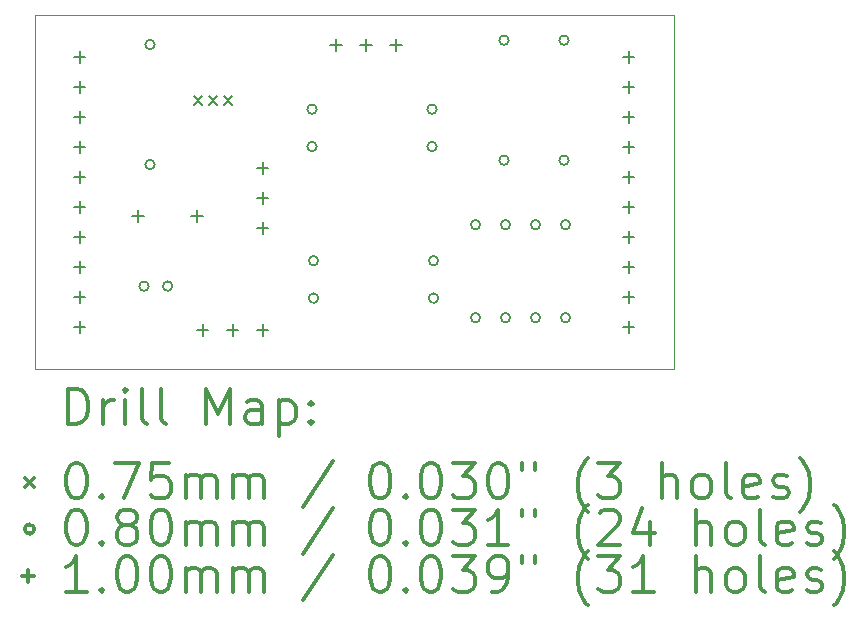
<source format=gbr>
%FSLAX45Y45*%
G04 Gerber Fmt 4.5, Leading zero omitted, Abs format (unit mm)*
G04 Created by KiCad (PCBNEW (5.1.7)-1) date 2020-12-07 21:31:36*
%MOMM*%
%LPD*%
G01*
G04 APERTURE LIST*
%TA.AperFunction,Profile*%
%ADD10C,0.050000*%
%TD*%
%ADD11C,0.200000*%
%ADD12C,0.300000*%
G04 APERTURE END LIST*
D10*
X2755900Y-5372100D02*
X2755900Y-2374900D01*
X8166100Y-5372100D02*
X2755900Y-5372100D01*
X8166100Y-2374900D02*
X8166100Y-5372100D01*
X2755900Y-2374900D02*
X8166100Y-2374900D01*
D11*
X4102700Y-3061300D02*
X4177700Y-3136300D01*
X4177700Y-3061300D02*
X4102700Y-3136300D01*
X4229700Y-3061300D02*
X4304700Y-3136300D01*
X4304700Y-3061300D02*
X4229700Y-3136300D01*
X4356700Y-3061300D02*
X4431700Y-3136300D01*
X4431700Y-3061300D02*
X4356700Y-3136300D01*
X6771000Y-2590800D02*
G75*
G03*
X6771000Y-2590800I-40000J0D01*
G01*
X6771000Y-3606800D02*
G75*
G03*
X6771000Y-3606800I-40000J0D01*
G01*
X7279000Y-2590800D02*
G75*
G03*
X7279000Y-2590800I-40000J0D01*
G01*
X7279000Y-3606800D02*
G75*
G03*
X7279000Y-3606800I-40000J0D01*
G01*
X5158100Y-4457700D02*
G75*
G03*
X5158100Y-4457700I-40000J0D01*
G01*
X6174100Y-4457700D02*
G75*
G03*
X6174100Y-4457700I-40000J0D01*
G01*
X3723000Y-4673600D02*
G75*
G03*
X3723000Y-4673600I-40000J0D01*
G01*
X3923000Y-4673600D02*
G75*
G03*
X3923000Y-4673600I-40000J0D01*
G01*
X5158100Y-4775200D02*
G75*
G03*
X5158100Y-4775200I-40000J0D01*
G01*
X6174100Y-4775200D02*
G75*
G03*
X6174100Y-4775200I-40000J0D01*
G01*
X5145400Y-3175000D02*
G75*
G03*
X5145400Y-3175000I-40000J0D01*
G01*
X6161400Y-3175000D02*
G75*
G03*
X6161400Y-3175000I-40000J0D01*
G01*
X3773800Y-2628900D02*
G75*
G03*
X3773800Y-2628900I-40000J0D01*
G01*
X3773800Y-3644900D02*
G75*
G03*
X3773800Y-3644900I-40000J0D01*
G01*
X6529700Y-4153100D02*
G75*
G03*
X6529700Y-4153100I-40000J0D01*
G01*
X6529700Y-4940100D02*
G75*
G03*
X6529700Y-4940100I-40000J0D01*
G01*
X6783700Y-4153100D02*
G75*
G03*
X6783700Y-4153100I-40000J0D01*
G01*
X6783700Y-4940100D02*
G75*
G03*
X6783700Y-4940100I-40000J0D01*
G01*
X7037700Y-4153100D02*
G75*
G03*
X7037700Y-4153100I-40000J0D01*
G01*
X7037700Y-4940100D02*
G75*
G03*
X7037700Y-4940100I-40000J0D01*
G01*
X7291700Y-4153100D02*
G75*
G03*
X7291700Y-4153100I-40000J0D01*
G01*
X7291700Y-4940100D02*
G75*
G03*
X7291700Y-4940100I-40000J0D01*
G01*
X5145400Y-3492500D02*
G75*
G03*
X5145400Y-3492500I-40000J0D01*
G01*
X6161400Y-3492500D02*
G75*
G03*
X6161400Y-3492500I-40000J0D01*
G01*
X3632200Y-4026700D02*
X3632200Y-4126700D01*
X3582200Y-4076700D02*
X3682200Y-4076700D01*
X4132200Y-4026700D02*
X4132200Y-4126700D01*
X4082200Y-4076700D02*
X4182200Y-4076700D01*
X3136900Y-2680500D02*
X3136900Y-2780500D01*
X3086900Y-2730500D02*
X3186900Y-2730500D01*
X3136900Y-2934500D02*
X3136900Y-3034500D01*
X3086900Y-2984500D02*
X3186900Y-2984500D01*
X3136900Y-3188500D02*
X3136900Y-3288500D01*
X3086900Y-3238500D02*
X3186900Y-3238500D01*
X3136900Y-3442500D02*
X3136900Y-3542500D01*
X3086900Y-3492500D02*
X3186900Y-3492500D01*
X3136900Y-3696500D02*
X3136900Y-3796500D01*
X3086900Y-3746500D02*
X3186900Y-3746500D01*
X3136900Y-3950500D02*
X3136900Y-4050500D01*
X3086900Y-4000500D02*
X3186900Y-4000500D01*
X3136900Y-4204500D02*
X3136900Y-4304500D01*
X3086900Y-4254500D02*
X3186900Y-4254500D01*
X3136900Y-4458500D02*
X3136900Y-4558500D01*
X3086900Y-4508500D02*
X3186900Y-4508500D01*
X3136900Y-4712500D02*
X3136900Y-4812500D01*
X3086900Y-4762500D02*
X3186900Y-4762500D01*
X3136900Y-4966500D02*
X3136900Y-5066500D01*
X3086900Y-5016500D02*
X3186900Y-5016500D01*
X7785100Y-2680500D02*
X7785100Y-2780500D01*
X7735100Y-2730500D02*
X7835100Y-2730500D01*
X7785100Y-2934500D02*
X7785100Y-3034500D01*
X7735100Y-2984500D02*
X7835100Y-2984500D01*
X7785100Y-3188500D02*
X7785100Y-3288500D01*
X7735100Y-3238500D02*
X7835100Y-3238500D01*
X7785100Y-3442500D02*
X7785100Y-3542500D01*
X7735100Y-3492500D02*
X7835100Y-3492500D01*
X7785100Y-3696500D02*
X7785100Y-3796500D01*
X7735100Y-3746500D02*
X7835100Y-3746500D01*
X7785100Y-3950500D02*
X7785100Y-4050500D01*
X7735100Y-4000500D02*
X7835100Y-4000500D01*
X7785100Y-4204500D02*
X7785100Y-4304500D01*
X7735100Y-4254500D02*
X7835100Y-4254500D01*
X7785100Y-4458500D02*
X7785100Y-4558500D01*
X7735100Y-4508500D02*
X7835100Y-4508500D01*
X7785100Y-4712500D02*
X7785100Y-4812500D01*
X7735100Y-4762500D02*
X7835100Y-4762500D01*
X7785100Y-4966500D02*
X7785100Y-5066500D01*
X7735100Y-5016500D02*
X7835100Y-5016500D01*
X5308600Y-2578900D02*
X5308600Y-2678900D01*
X5258600Y-2628900D02*
X5358600Y-2628900D01*
X5562600Y-2578900D02*
X5562600Y-2678900D01*
X5512600Y-2628900D02*
X5612600Y-2628900D01*
X5816600Y-2578900D02*
X5816600Y-2678900D01*
X5766600Y-2628900D02*
X5866600Y-2628900D01*
X4686300Y-3620300D02*
X4686300Y-3720300D01*
X4636300Y-3670300D02*
X4736300Y-3670300D01*
X4686300Y-3874300D02*
X4686300Y-3974300D01*
X4636300Y-3924300D02*
X4736300Y-3924300D01*
X4686300Y-4128300D02*
X4686300Y-4228300D01*
X4636300Y-4178300D02*
X4736300Y-4178300D01*
X4178300Y-4991900D02*
X4178300Y-5091900D01*
X4128300Y-5041900D02*
X4228300Y-5041900D01*
X4432300Y-4991900D02*
X4432300Y-5091900D01*
X4382300Y-5041900D02*
X4482300Y-5041900D01*
X4686300Y-4991900D02*
X4686300Y-5091900D01*
X4636300Y-5041900D02*
X4736300Y-5041900D01*
D12*
X3039828Y-5840314D02*
X3039828Y-5540314D01*
X3111257Y-5540314D01*
X3154114Y-5554600D01*
X3182686Y-5583172D01*
X3196971Y-5611743D01*
X3211257Y-5668886D01*
X3211257Y-5711743D01*
X3196971Y-5768886D01*
X3182686Y-5797457D01*
X3154114Y-5826029D01*
X3111257Y-5840314D01*
X3039828Y-5840314D01*
X3339828Y-5840314D02*
X3339828Y-5640314D01*
X3339828Y-5697457D02*
X3354114Y-5668886D01*
X3368400Y-5654600D01*
X3396971Y-5640314D01*
X3425543Y-5640314D01*
X3525543Y-5840314D02*
X3525543Y-5640314D01*
X3525543Y-5540314D02*
X3511257Y-5554600D01*
X3525543Y-5568886D01*
X3539828Y-5554600D01*
X3525543Y-5540314D01*
X3525543Y-5568886D01*
X3711257Y-5840314D02*
X3682686Y-5826029D01*
X3668400Y-5797457D01*
X3668400Y-5540314D01*
X3868400Y-5840314D02*
X3839828Y-5826029D01*
X3825543Y-5797457D01*
X3825543Y-5540314D01*
X4211257Y-5840314D02*
X4211257Y-5540314D01*
X4311257Y-5754600D01*
X4411257Y-5540314D01*
X4411257Y-5840314D01*
X4682686Y-5840314D02*
X4682686Y-5683171D01*
X4668400Y-5654600D01*
X4639828Y-5640314D01*
X4582686Y-5640314D01*
X4554114Y-5654600D01*
X4682686Y-5826029D02*
X4654114Y-5840314D01*
X4582686Y-5840314D01*
X4554114Y-5826029D01*
X4539828Y-5797457D01*
X4539828Y-5768886D01*
X4554114Y-5740314D01*
X4582686Y-5726029D01*
X4654114Y-5726029D01*
X4682686Y-5711743D01*
X4825543Y-5640314D02*
X4825543Y-5940314D01*
X4825543Y-5654600D02*
X4854114Y-5640314D01*
X4911257Y-5640314D01*
X4939828Y-5654600D01*
X4954114Y-5668886D01*
X4968400Y-5697457D01*
X4968400Y-5783171D01*
X4954114Y-5811743D01*
X4939828Y-5826029D01*
X4911257Y-5840314D01*
X4854114Y-5840314D01*
X4825543Y-5826029D01*
X5096971Y-5811743D02*
X5111257Y-5826029D01*
X5096971Y-5840314D01*
X5082686Y-5826029D01*
X5096971Y-5811743D01*
X5096971Y-5840314D01*
X5096971Y-5654600D02*
X5111257Y-5668886D01*
X5096971Y-5683171D01*
X5082686Y-5668886D01*
X5096971Y-5654600D01*
X5096971Y-5683171D01*
X2678400Y-6297100D02*
X2753400Y-6372100D01*
X2753400Y-6297100D02*
X2678400Y-6372100D01*
X3096971Y-6170314D02*
X3125543Y-6170314D01*
X3154114Y-6184600D01*
X3168400Y-6198886D01*
X3182686Y-6227457D01*
X3196971Y-6284600D01*
X3196971Y-6356029D01*
X3182686Y-6413171D01*
X3168400Y-6441743D01*
X3154114Y-6456029D01*
X3125543Y-6470314D01*
X3096971Y-6470314D01*
X3068400Y-6456029D01*
X3054114Y-6441743D01*
X3039828Y-6413171D01*
X3025543Y-6356029D01*
X3025543Y-6284600D01*
X3039828Y-6227457D01*
X3054114Y-6198886D01*
X3068400Y-6184600D01*
X3096971Y-6170314D01*
X3325543Y-6441743D02*
X3339828Y-6456029D01*
X3325543Y-6470314D01*
X3311257Y-6456029D01*
X3325543Y-6441743D01*
X3325543Y-6470314D01*
X3439828Y-6170314D02*
X3639828Y-6170314D01*
X3511257Y-6470314D01*
X3896971Y-6170314D02*
X3754114Y-6170314D01*
X3739828Y-6313171D01*
X3754114Y-6298886D01*
X3782686Y-6284600D01*
X3854114Y-6284600D01*
X3882686Y-6298886D01*
X3896971Y-6313171D01*
X3911257Y-6341743D01*
X3911257Y-6413171D01*
X3896971Y-6441743D01*
X3882686Y-6456029D01*
X3854114Y-6470314D01*
X3782686Y-6470314D01*
X3754114Y-6456029D01*
X3739828Y-6441743D01*
X4039828Y-6470314D02*
X4039828Y-6270314D01*
X4039828Y-6298886D02*
X4054114Y-6284600D01*
X4082686Y-6270314D01*
X4125543Y-6270314D01*
X4154114Y-6284600D01*
X4168400Y-6313171D01*
X4168400Y-6470314D01*
X4168400Y-6313171D02*
X4182686Y-6284600D01*
X4211257Y-6270314D01*
X4254114Y-6270314D01*
X4282686Y-6284600D01*
X4296971Y-6313171D01*
X4296971Y-6470314D01*
X4439828Y-6470314D02*
X4439828Y-6270314D01*
X4439828Y-6298886D02*
X4454114Y-6284600D01*
X4482686Y-6270314D01*
X4525543Y-6270314D01*
X4554114Y-6284600D01*
X4568400Y-6313171D01*
X4568400Y-6470314D01*
X4568400Y-6313171D02*
X4582686Y-6284600D01*
X4611257Y-6270314D01*
X4654114Y-6270314D01*
X4682686Y-6284600D01*
X4696971Y-6313171D01*
X4696971Y-6470314D01*
X5282686Y-6156029D02*
X5025543Y-6541743D01*
X5668400Y-6170314D02*
X5696971Y-6170314D01*
X5725543Y-6184600D01*
X5739828Y-6198886D01*
X5754114Y-6227457D01*
X5768400Y-6284600D01*
X5768400Y-6356029D01*
X5754114Y-6413171D01*
X5739828Y-6441743D01*
X5725543Y-6456029D01*
X5696971Y-6470314D01*
X5668400Y-6470314D01*
X5639828Y-6456029D01*
X5625543Y-6441743D01*
X5611257Y-6413171D01*
X5596971Y-6356029D01*
X5596971Y-6284600D01*
X5611257Y-6227457D01*
X5625543Y-6198886D01*
X5639828Y-6184600D01*
X5668400Y-6170314D01*
X5896971Y-6441743D02*
X5911257Y-6456029D01*
X5896971Y-6470314D01*
X5882686Y-6456029D01*
X5896971Y-6441743D01*
X5896971Y-6470314D01*
X6096971Y-6170314D02*
X6125543Y-6170314D01*
X6154114Y-6184600D01*
X6168400Y-6198886D01*
X6182686Y-6227457D01*
X6196971Y-6284600D01*
X6196971Y-6356029D01*
X6182686Y-6413171D01*
X6168400Y-6441743D01*
X6154114Y-6456029D01*
X6125543Y-6470314D01*
X6096971Y-6470314D01*
X6068400Y-6456029D01*
X6054114Y-6441743D01*
X6039828Y-6413171D01*
X6025543Y-6356029D01*
X6025543Y-6284600D01*
X6039828Y-6227457D01*
X6054114Y-6198886D01*
X6068400Y-6184600D01*
X6096971Y-6170314D01*
X6296971Y-6170314D02*
X6482686Y-6170314D01*
X6382686Y-6284600D01*
X6425543Y-6284600D01*
X6454114Y-6298886D01*
X6468400Y-6313171D01*
X6482686Y-6341743D01*
X6482686Y-6413171D01*
X6468400Y-6441743D01*
X6454114Y-6456029D01*
X6425543Y-6470314D01*
X6339828Y-6470314D01*
X6311257Y-6456029D01*
X6296971Y-6441743D01*
X6668400Y-6170314D02*
X6696971Y-6170314D01*
X6725543Y-6184600D01*
X6739828Y-6198886D01*
X6754114Y-6227457D01*
X6768400Y-6284600D01*
X6768400Y-6356029D01*
X6754114Y-6413171D01*
X6739828Y-6441743D01*
X6725543Y-6456029D01*
X6696971Y-6470314D01*
X6668400Y-6470314D01*
X6639828Y-6456029D01*
X6625543Y-6441743D01*
X6611257Y-6413171D01*
X6596971Y-6356029D01*
X6596971Y-6284600D01*
X6611257Y-6227457D01*
X6625543Y-6198886D01*
X6639828Y-6184600D01*
X6668400Y-6170314D01*
X6882686Y-6170314D02*
X6882686Y-6227457D01*
X6996971Y-6170314D02*
X6996971Y-6227457D01*
X7439828Y-6584600D02*
X7425543Y-6570314D01*
X7396971Y-6527457D01*
X7382686Y-6498886D01*
X7368400Y-6456029D01*
X7354114Y-6384600D01*
X7354114Y-6327457D01*
X7368400Y-6256029D01*
X7382686Y-6213171D01*
X7396971Y-6184600D01*
X7425543Y-6141743D01*
X7439828Y-6127457D01*
X7525543Y-6170314D02*
X7711257Y-6170314D01*
X7611257Y-6284600D01*
X7654114Y-6284600D01*
X7682686Y-6298886D01*
X7696971Y-6313171D01*
X7711257Y-6341743D01*
X7711257Y-6413171D01*
X7696971Y-6441743D01*
X7682686Y-6456029D01*
X7654114Y-6470314D01*
X7568400Y-6470314D01*
X7539828Y-6456029D01*
X7525543Y-6441743D01*
X8068400Y-6470314D02*
X8068400Y-6170314D01*
X8196971Y-6470314D02*
X8196971Y-6313171D01*
X8182686Y-6284600D01*
X8154114Y-6270314D01*
X8111257Y-6270314D01*
X8082686Y-6284600D01*
X8068400Y-6298886D01*
X8382686Y-6470314D02*
X8354114Y-6456029D01*
X8339828Y-6441743D01*
X8325543Y-6413171D01*
X8325543Y-6327457D01*
X8339828Y-6298886D01*
X8354114Y-6284600D01*
X8382686Y-6270314D01*
X8425543Y-6270314D01*
X8454114Y-6284600D01*
X8468400Y-6298886D01*
X8482686Y-6327457D01*
X8482686Y-6413171D01*
X8468400Y-6441743D01*
X8454114Y-6456029D01*
X8425543Y-6470314D01*
X8382686Y-6470314D01*
X8654114Y-6470314D02*
X8625543Y-6456029D01*
X8611257Y-6427457D01*
X8611257Y-6170314D01*
X8882686Y-6456029D02*
X8854114Y-6470314D01*
X8796971Y-6470314D01*
X8768400Y-6456029D01*
X8754114Y-6427457D01*
X8754114Y-6313171D01*
X8768400Y-6284600D01*
X8796971Y-6270314D01*
X8854114Y-6270314D01*
X8882686Y-6284600D01*
X8896971Y-6313171D01*
X8896971Y-6341743D01*
X8754114Y-6370314D01*
X9011257Y-6456029D02*
X9039828Y-6470314D01*
X9096971Y-6470314D01*
X9125543Y-6456029D01*
X9139828Y-6427457D01*
X9139828Y-6413171D01*
X9125543Y-6384600D01*
X9096971Y-6370314D01*
X9054114Y-6370314D01*
X9025543Y-6356029D01*
X9011257Y-6327457D01*
X9011257Y-6313171D01*
X9025543Y-6284600D01*
X9054114Y-6270314D01*
X9096971Y-6270314D01*
X9125543Y-6284600D01*
X9239828Y-6584600D02*
X9254114Y-6570314D01*
X9282686Y-6527457D01*
X9296971Y-6498886D01*
X9311257Y-6456029D01*
X9325543Y-6384600D01*
X9325543Y-6327457D01*
X9311257Y-6256029D01*
X9296971Y-6213171D01*
X9282686Y-6184600D01*
X9254114Y-6141743D01*
X9239828Y-6127457D01*
X2753400Y-6730600D02*
G75*
G03*
X2753400Y-6730600I-40000J0D01*
G01*
X3096971Y-6566314D02*
X3125543Y-6566314D01*
X3154114Y-6580600D01*
X3168400Y-6594886D01*
X3182686Y-6623457D01*
X3196971Y-6680600D01*
X3196971Y-6752029D01*
X3182686Y-6809171D01*
X3168400Y-6837743D01*
X3154114Y-6852029D01*
X3125543Y-6866314D01*
X3096971Y-6866314D01*
X3068400Y-6852029D01*
X3054114Y-6837743D01*
X3039828Y-6809171D01*
X3025543Y-6752029D01*
X3025543Y-6680600D01*
X3039828Y-6623457D01*
X3054114Y-6594886D01*
X3068400Y-6580600D01*
X3096971Y-6566314D01*
X3325543Y-6837743D02*
X3339828Y-6852029D01*
X3325543Y-6866314D01*
X3311257Y-6852029D01*
X3325543Y-6837743D01*
X3325543Y-6866314D01*
X3511257Y-6694886D02*
X3482686Y-6680600D01*
X3468400Y-6666314D01*
X3454114Y-6637743D01*
X3454114Y-6623457D01*
X3468400Y-6594886D01*
X3482686Y-6580600D01*
X3511257Y-6566314D01*
X3568400Y-6566314D01*
X3596971Y-6580600D01*
X3611257Y-6594886D01*
X3625543Y-6623457D01*
X3625543Y-6637743D01*
X3611257Y-6666314D01*
X3596971Y-6680600D01*
X3568400Y-6694886D01*
X3511257Y-6694886D01*
X3482686Y-6709171D01*
X3468400Y-6723457D01*
X3454114Y-6752029D01*
X3454114Y-6809171D01*
X3468400Y-6837743D01*
X3482686Y-6852029D01*
X3511257Y-6866314D01*
X3568400Y-6866314D01*
X3596971Y-6852029D01*
X3611257Y-6837743D01*
X3625543Y-6809171D01*
X3625543Y-6752029D01*
X3611257Y-6723457D01*
X3596971Y-6709171D01*
X3568400Y-6694886D01*
X3811257Y-6566314D02*
X3839828Y-6566314D01*
X3868400Y-6580600D01*
X3882686Y-6594886D01*
X3896971Y-6623457D01*
X3911257Y-6680600D01*
X3911257Y-6752029D01*
X3896971Y-6809171D01*
X3882686Y-6837743D01*
X3868400Y-6852029D01*
X3839828Y-6866314D01*
X3811257Y-6866314D01*
X3782686Y-6852029D01*
X3768400Y-6837743D01*
X3754114Y-6809171D01*
X3739828Y-6752029D01*
X3739828Y-6680600D01*
X3754114Y-6623457D01*
X3768400Y-6594886D01*
X3782686Y-6580600D01*
X3811257Y-6566314D01*
X4039828Y-6866314D02*
X4039828Y-6666314D01*
X4039828Y-6694886D02*
X4054114Y-6680600D01*
X4082686Y-6666314D01*
X4125543Y-6666314D01*
X4154114Y-6680600D01*
X4168400Y-6709171D01*
X4168400Y-6866314D01*
X4168400Y-6709171D02*
X4182686Y-6680600D01*
X4211257Y-6666314D01*
X4254114Y-6666314D01*
X4282686Y-6680600D01*
X4296971Y-6709171D01*
X4296971Y-6866314D01*
X4439828Y-6866314D02*
X4439828Y-6666314D01*
X4439828Y-6694886D02*
X4454114Y-6680600D01*
X4482686Y-6666314D01*
X4525543Y-6666314D01*
X4554114Y-6680600D01*
X4568400Y-6709171D01*
X4568400Y-6866314D01*
X4568400Y-6709171D02*
X4582686Y-6680600D01*
X4611257Y-6666314D01*
X4654114Y-6666314D01*
X4682686Y-6680600D01*
X4696971Y-6709171D01*
X4696971Y-6866314D01*
X5282686Y-6552029D02*
X5025543Y-6937743D01*
X5668400Y-6566314D02*
X5696971Y-6566314D01*
X5725543Y-6580600D01*
X5739828Y-6594886D01*
X5754114Y-6623457D01*
X5768400Y-6680600D01*
X5768400Y-6752029D01*
X5754114Y-6809171D01*
X5739828Y-6837743D01*
X5725543Y-6852029D01*
X5696971Y-6866314D01*
X5668400Y-6866314D01*
X5639828Y-6852029D01*
X5625543Y-6837743D01*
X5611257Y-6809171D01*
X5596971Y-6752029D01*
X5596971Y-6680600D01*
X5611257Y-6623457D01*
X5625543Y-6594886D01*
X5639828Y-6580600D01*
X5668400Y-6566314D01*
X5896971Y-6837743D02*
X5911257Y-6852029D01*
X5896971Y-6866314D01*
X5882686Y-6852029D01*
X5896971Y-6837743D01*
X5896971Y-6866314D01*
X6096971Y-6566314D02*
X6125543Y-6566314D01*
X6154114Y-6580600D01*
X6168400Y-6594886D01*
X6182686Y-6623457D01*
X6196971Y-6680600D01*
X6196971Y-6752029D01*
X6182686Y-6809171D01*
X6168400Y-6837743D01*
X6154114Y-6852029D01*
X6125543Y-6866314D01*
X6096971Y-6866314D01*
X6068400Y-6852029D01*
X6054114Y-6837743D01*
X6039828Y-6809171D01*
X6025543Y-6752029D01*
X6025543Y-6680600D01*
X6039828Y-6623457D01*
X6054114Y-6594886D01*
X6068400Y-6580600D01*
X6096971Y-6566314D01*
X6296971Y-6566314D02*
X6482686Y-6566314D01*
X6382686Y-6680600D01*
X6425543Y-6680600D01*
X6454114Y-6694886D01*
X6468400Y-6709171D01*
X6482686Y-6737743D01*
X6482686Y-6809171D01*
X6468400Y-6837743D01*
X6454114Y-6852029D01*
X6425543Y-6866314D01*
X6339828Y-6866314D01*
X6311257Y-6852029D01*
X6296971Y-6837743D01*
X6768400Y-6866314D02*
X6596971Y-6866314D01*
X6682686Y-6866314D02*
X6682686Y-6566314D01*
X6654114Y-6609171D01*
X6625543Y-6637743D01*
X6596971Y-6652029D01*
X6882686Y-6566314D02*
X6882686Y-6623457D01*
X6996971Y-6566314D02*
X6996971Y-6623457D01*
X7439828Y-6980600D02*
X7425543Y-6966314D01*
X7396971Y-6923457D01*
X7382686Y-6894886D01*
X7368400Y-6852029D01*
X7354114Y-6780600D01*
X7354114Y-6723457D01*
X7368400Y-6652029D01*
X7382686Y-6609171D01*
X7396971Y-6580600D01*
X7425543Y-6537743D01*
X7439828Y-6523457D01*
X7539828Y-6594886D02*
X7554114Y-6580600D01*
X7582686Y-6566314D01*
X7654114Y-6566314D01*
X7682686Y-6580600D01*
X7696971Y-6594886D01*
X7711257Y-6623457D01*
X7711257Y-6652029D01*
X7696971Y-6694886D01*
X7525543Y-6866314D01*
X7711257Y-6866314D01*
X7968400Y-6666314D02*
X7968400Y-6866314D01*
X7896971Y-6552029D02*
X7825543Y-6766314D01*
X8011257Y-6766314D01*
X8354114Y-6866314D02*
X8354114Y-6566314D01*
X8482686Y-6866314D02*
X8482686Y-6709171D01*
X8468400Y-6680600D01*
X8439828Y-6666314D01*
X8396971Y-6666314D01*
X8368400Y-6680600D01*
X8354114Y-6694886D01*
X8668400Y-6866314D02*
X8639828Y-6852029D01*
X8625543Y-6837743D01*
X8611257Y-6809171D01*
X8611257Y-6723457D01*
X8625543Y-6694886D01*
X8639828Y-6680600D01*
X8668400Y-6666314D01*
X8711257Y-6666314D01*
X8739828Y-6680600D01*
X8754114Y-6694886D01*
X8768400Y-6723457D01*
X8768400Y-6809171D01*
X8754114Y-6837743D01*
X8739828Y-6852029D01*
X8711257Y-6866314D01*
X8668400Y-6866314D01*
X8939828Y-6866314D02*
X8911257Y-6852029D01*
X8896971Y-6823457D01*
X8896971Y-6566314D01*
X9168400Y-6852029D02*
X9139828Y-6866314D01*
X9082686Y-6866314D01*
X9054114Y-6852029D01*
X9039828Y-6823457D01*
X9039828Y-6709171D01*
X9054114Y-6680600D01*
X9082686Y-6666314D01*
X9139828Y-6666314D01*
X9168400Y-6680600D01*
X9182686Y-6709171D01*
X9182686Y-6737743D01*
X9039828Y-6766314D01*
X9296971Y-6852029D02*
X9325543Y-6866314D01*
X9382686Y-6866314D01*
X9411257Y-6852029D01*
X9425543Y-6823457D01*
X9425543Y-6809171D01*
X9411257Y-6780600D01*
X9382686Y-6766314D01*
X9339828Y-6766314D01*
X9311257Y-6752029D01*
X9296971Y-6723457D01*
X9296971Y-6709171D01*
X9311257Y-6680600D01*
X9339828Y-6666314D01*
X9382686Y-6666314D01*
X9411257Y-6680600D01*
X9525543Y-6980600D02*
X9539828Y-6966314D01*
X9568400Y-6923457D01*
X9582686Y-6894886D01*
X9596971Y-6852029D01*
X9611257Y-6780600D01*
X9611257Y-6723457D01*
X9596971Y-6652029D01*
X9582686Y-6609171D01*
X9568400Y-6580600D01*
X9539828Y-6537743D01*
X9525543Y-6523457D01*
X2703400Y-7076600D02*
X2703400Y-7176600D01*
X2653400Y-7126600D02*
X2753400Y-7126600D01*
X3196971Y-7262314D02*
X3025543Y-7262314D01*
X3111257Y-7262314D02*
X3111257Y-6962314D01*
X3082686Y-7005171D01*
X3054114Y-7033743D01*
X3025543Y-7048029D01*
X3325543Y-7233743D02*
X3339828Y-7248029D01*
X3325543Y-7262314D01*
X3311257Y-7248029D01*
X3325543Y-7233743D01*
X3325543Y-7262314D01*
X3525543Y-6962314D02*
X3554114Y-6962314D01*
X3582686Y-6976600D01*
X3596971Y-6990886D01*
X3611257Y-7019457D01*
X3625543Y-7076600D01*
X3625543Y-7148029D01*
X3611257Y-7205171D01*
X3596971Y-7233743D01*
X3582686Y-7248029D01*
X3554114Y-7262314D01*
X3525543Y-7262314D01*
X3496971Y-7248029D01*
X3482686Y-7233743D01*
X3468400Y-7205171D01*
X3454114Y-7148029D01*
X3454114Y-7076600D01*
X3468400Y-7019457D01*
X3482686Y-6990886D01*
X3496971Y-6976600D01*
X3525543Y-6962314D01*
X3811257Y-6962314D02*
X3839828Y-6962314D01*
X3868400Y-6976600D01*
X3882686Y-6990886D01*
X3896971Y-7019457D01*
X3911257Y-7076600D01*
X3911257Y-7148029D01*
X3896971Y-7205171D01*
X3882686Y-7233743D01*
X3868400Y-7248029D01*
X3839828Y-7262314D01*
X3811257Y-7262314D01*
X3782686Y-7248029D01*
X3768400Y-7233743D01*
X3754114Y-7205171D01*
X3739828Y-7148029D01*
X3739828Y-7076600D01*
X3754114Y-7019457D01*
X3768400Y-6990886D01*
X3782686Y-6976600D01*
X3811257Y-6962314D01*
X4039828Y-7262314D02*
X4039828Y-7062314D01*
X4039828Y-7090886D02*
X4054114Y-7076600D01*
X4082686Y-7062314D01*
X4125543Y-7062314D01*
X4154114Y-7076600D01*
X4168400Y-7105171D01*
X4168400Y-7262314D01*
X4168400Y-7105171D02*
X4182686Y-7076600D01*
X4211257Y-7062314D01*
X4254114Y-7062314D01*
X4282686Y-7076600D01*
X4296971Y-7105171D01*
X4296971Y-7262314D01*
X4439828Y-7262314D02*
X4439828Y-7062314D01*
X4439828Y-7090886D02*
X4454114Y-7076600D01*
X4482686Y-7062314D01*
X4525543Y-7062314D01*
X4554114Y-7076600D01*
X4568400Y-7105171D01*
X4568400Y-7262314D01*
X4568400Y-7105171D02*
X4582686Y-7076600D01*
X4611257Y-7062314D01*
X4654114Y-7062314D01*
X4682686Y-7076600D01*
X4696971Y-7105171D01*
X4696971Y-7262314D01*
X5282686Y-6948029D02*
X5025543Y-7333743D01*
X5668400Y-6962314D02*
X5696971Y-6962314D01*
X5725543Y-6976600D01*
X5739828Y-6990886D01*
X5754114Y-7019457D01*
X5768400Y-7076600D01*
X5768400Y-7148029D01*
X5754114Y-7205171D01*
X5739828Y-7233743D01*
X5725543Y-7248029D01*
X5696971Y-7262314D01*
X5668400Y-7262314D01*
X5639828Y-7248029D01*
X5625543Y-7233743D01*
X5611257Y-7205171D01*
X5596971Y-7148029D01*
X5596971Y-7076600D01*
X5611257Y-7019457D01*
X5625543Y-6990886D01*
X5639828Y-6976600D01*
X5668400Y-6962314D01*
X5896971Y-7233743D02*
X5911257Y-7248029D01*
X5896971Y-7262314D01*
X5882686Y-7248029D01*
X5896971Y-7233743D01*
X5896971Y-7262314D01*
X6096971Y-6962314D02*
X6125543Y-6962314D01*
X6154114Y-6976600D01*
X6168400Y-6990886D01*
X6182686Y-7019457D01*
X6196971Y-7076600D01*
X6196971Y-7148029D01*
X6182686Y-7205171D01*
X6168400Y-7233743D01*
X6154114Y-7248029D01*
X6125543Y-7262314D01*
X6096971Y-7262314D01*
X6068400Y-7248029D01*
X6054114Y-7233743D01*
X6039828Y-7205171D01*
X6025543Y-7148029D01*
X6025543Y-7076600D01*
X6039828Y-7019457D01*
X6054114Y-6990886D01*
X6068400Y-6976600D01*
X6096971Y-6962314D01*
X6296971Y-6962314D02*
X6482686Y-6962314D01*
X6382686Y-7076600D01*
X6425543Y-7076600D01*
X6454114Y-7090886D01*
X6468400Y-7105171D01*
X6482686Y-7133743D01*
X6482686Y-7205171D01*
X6468400Y-7233743D01*
X6454114Y-7248029D01*
X6425543Y-7262314D01*
X6339828Y-7262314D01*
X6311257Y-7248029D01*
X6296971Y-7233743D01*
X6625543Y-7262314D02*
X6682686Y-7262314D01*
X6711257Y-7248029D01*
X6725543Y-7233743D01*
X6754114Y-7190886D01*
X6768400Y-7133743D01*
X6768400Y-7019457D01*
X6754114Y-6990886D01*
X6739828Y-6976600D01*
X6711257Y-6962314D01*
X6654114Y-6962314D01*
X6625543Y-6976600D01*
X6611257Y-6990886D01*
X6596971Y-7019457D01*
X6596971Y-7090886D01*
X6611257Y-7119457D01*
X6625543Y-7133743D01*
X6654114Y-7148029D01*
X6711257Y-7148029D01*
X6739828Y-7133743D01*
X6754114Y-7119457D01*
X6768400Y-7090886D01*
X6882686Y-6962314D02*
X6882686Y-7019457D01*
X6996971Y-6962314D02*
X6996971Y-7019457D01*
X7439828Y-7376600D02*
X7425543Y-7362314D01*
X7396971Y-7319457D01*
X7382686Y-7290886D01*
X7368400Y-7248029D01*
X7354114Y-7176600D01*
X7354114Y-7119457D01*
X7368400Y-7048029D01*
X7382686Y-7005171D01*
X7396971Y-6976600D01*
X7425543Y-6933743D01*
X7439828Y-6919457D01*
X7525543Y-6962314D02*
X7711257Y-6962314D01*
X7611257Y-7076600D01*
X7654114Y-7076600D01*
X7682686Y-7090886D01*
X7696971Y-7105171D01*
X7711257Y-7133743D01*
X7711257Y-7205171D01*
X7696971Y-7233743D01*
X7682686Y-7248029D01*
X7654114Y-7262314D01*
X7568400Y-7262314D01*
X7539828Y-7248029D01*
X7525543Y-7233743D01*
X7996971Y-7262314D02*
X7825543Y-7262314D01*
X7911257Y-7262314D02*
X7911257Y-6962314D01*
X7882686Y-7005171D01*
X7854114Y-7033743D01*
X7825543Y-7048029D01*
X8354114Y-7262314D02*
X8354114Y-6962314D01*
X8482686Y-7262314D02*
X8482686Y-7105171D01*
X8468400Y-7076600D01*
X8439828Y-7062314D01*
X8396971Y-7062314D01*
X8368400Y-7076600D01*
X8354114Y-7090886D01*
X8668400Y-7262314D02*
X8639828Y-7248029D01*
X8625543Y-7233743D01*
X8611257Y-7205171D01*
X8611257Y-7119457D01*
X8625543Y-7090886D01*
X8639828Y-7076600D01*
X8668400Y-7062314D01*
X8711257Y-7062314D01*
X8739828Y-7076600D01*
X8754114Y-7090886D01*
X8768400Y-7119457D01*
X8768400Y-7205171D01*
X8754114Y-7233743D01*
X8739828Y-7248029D01*
X8711257Y-7262314D01*
X8668400Y-7262314D01*
X8939828Y-7262314D02*
X8911257Y-7248029D01*
X8896971Y-7219457D01*
X8896971Y-6962314D01*
X9168400Y-7248029D02*
X9139828Y-7262314D01*
X9082686Y-7262314D01*
X9054114Y-7248029D01*
X9039828Y-7219457D01*
X9039828Y-7105171D01*
X9054114Y-7076600D01*
X9082686Y-7062314D01*
X9139828Y-7062314D01*
X9168400Y-7076600D01*
X9182686Y-7105171D01*
X9182686Y-7133743D01*
X9039828Y-7162314D01*
X9296971Y-7248029D02*
X9325543Y-7262314D01*
X9382686Y-7262314D01*
X9411257Y-7248029D01*
X9425543Y-7219457D01*
X9425543Y-7205171D01*
X9411257Y-7176600D01*
X9382686Y-7162314D01*
X9339828Y-7162314D01*
X9311257Y-7148029D01*
X9296971Y-7119457D01*
X9296971Y-7105171D01*
X9311257Y-7076600D01*
X9339828Y-7062314D01*
X9382686Y-7062314D01*
X9411257Y-7076600D01*
X9525543Y-7376600D02*
X9539828Y-7362314D01*
X9568400Y-7319457D01*
X9582686Y-7290886D01*
X9596971Y-7248029D01*
X9611257Y-7176600D01*
X9611257Y-7119457D01*
X9596971Y-7048029D01*
X9582686Y-7005171D01*
X9568400Y-6976600D01*
X9539828Y-6933743D01*
X9525543Y-6919457D01*
M02*

</source>
